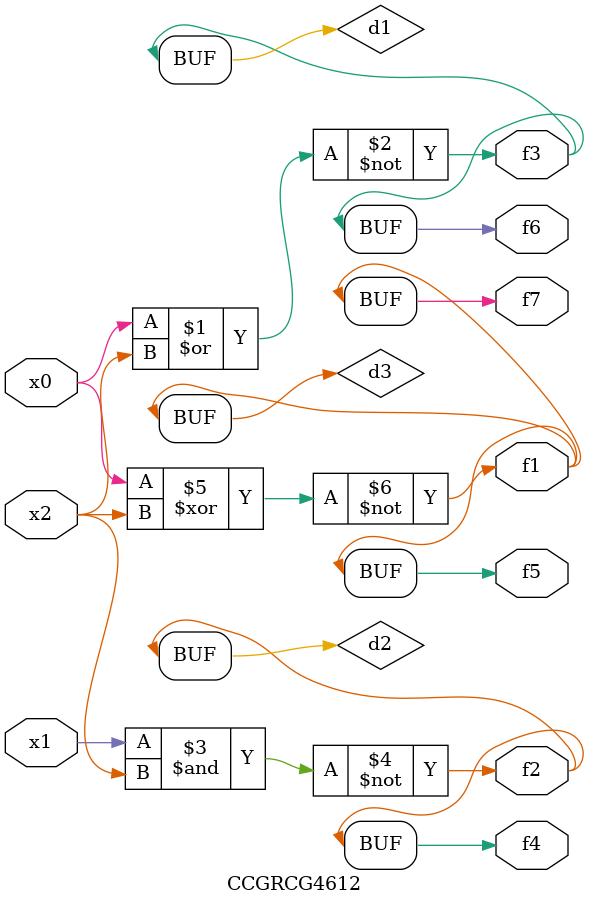
<source format=v>
module CCGRCG4612(
	input x0, x1, x2,
	output f1, f2, f3, f4, f5, f6, f7
);

	wire d1, d2, d3;

	nor (d1, x0, x2);
	nand (d2, x1, x2);
	xnor (d3, x0, x2);
	assign f1 = d3;
	assign f2 = d2;
	assign f3 = d1;
	assign f4 = d2;
	assign f5 = d3;
	assign f6 = d1;
	assign f7 = d3;
endmodule

</source>
